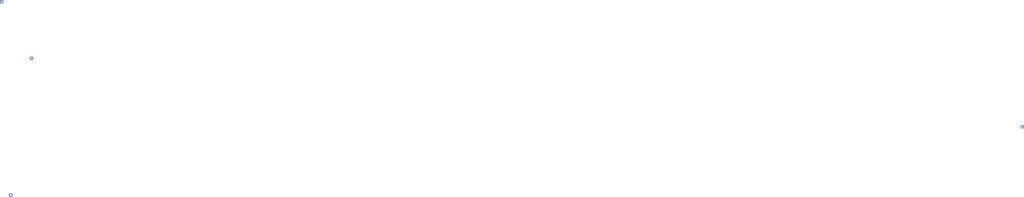
<source format=kicad_pcb>
(kicad_pcb
	(version 20240108)
	(generator "pcbnew")
	(generator_version "8.0")
	(general
		(thickness 1.6)
		(legacy_teardrops no)
	)
	(paper "A4")
	(layers
		(0 "F.Cu" signal)
		(31 "B.Cu" signal)
		(32 "B.Adhes" user "B.Adhesive")
		(33 "F.Adhes" user "F.Adhesive")
		(34 "B.Paste" user)
		(35 "F.Paste" user)
		(36 "B.SilkS" user "B.Silkscreen")
		(37 "F.SilkS" user "F.Silkscreen")
		(38 "B.Mask" user)
		(39 "F.Mask" user)
		(40 "Dwgs.User" user "User.Drawings")
		(41 "Cmts.User" user "User.Comments")
		(42 "Eco1.User" user "User.Eco1")
		(43 "Eco2.User" user "User.Eco2")
		(44 "Edge.Cuts" user)
		(45 "Margin" user)
		(46 "B.CrtYd" user "B.Courtyard")
		(47 "F.CrtYd" user "F.Courtyard")
		(48 "B.Fab" user)
		(49 "F.Fab" user)
		(50 "User.1" user)
		(51 "User.2" user)
		(52 "User.3" user)
		(53 "User.4" user)
		(54 "User.5" user)
		(55 "User.6" user)
		(56 "User.7" user)
		(57 "User.8" user)
		(58 "User.9" user)
	)
	(setup
		(pad_to_mask_clearance 0)
		(allow_soldermask_bridges_in_footprints no)
		(pcbplotparams
			(layerselection 0x00010fc_ffffffff)
			(plot_on_all_layers_selection 0x0000000_00000000)
			(disableapertmacros no)
			(usegerberextensions no)
			(usegerberattributes yes)
			(usegerberadvancedattributes yes)
			(creategerberjobfile yes)
			(dashed_line_dash_ratio 12.000000)
			(dashed_line_gap_ratio 3.000000)
			(svgprecision 4)
			(plotframeref no)
			(viasonmask no)
			(mode 1)
			(useauxorigin no)
			(hpglpennumber 1)
			(hpglpenspeed 20)
			(hpglpendiameter 15.000000)
			(pdf_front_fp_property_popups yes)
			(pdf_back_fp_property_popups yes)
			(dxfpolygonmode yes)
			(dxfimperialunits yes)
			(dxfusepcbnewfont yes)
			(psnegative no)
			(psa4output no)
			(plotreference yes)
			(plotvalue yes)
			(plotfptext yes)
			(plotinvisibletext no)
			(sketchpadsonfab no)
			(subtractmaskfromsilk no)
			(outputformat 1)
			(mirror no)
			(drillshape 1)
			(scaleselection 1)
			(outputdirectory "")
		)
	)
	(net 0 "")
	(via
		(at 53 76)
		(size 0.6)
		(drill 0.3)
		(layers "F.Cu" "B.Cu")
		(net 0)
		(uuid "162122dc-a315-4ab2-99a8-3265350a19cd")
	)
	(via
		(at 53 76)
		(size 0.6)
		(drill 0.3)
		(layers "F.Cu" "B.Cu")
		(net 0)
		(uuid "4e5356f8-a305-4fe2-8ef3-d9355a8c6d6b")
	)
	(via
		(at 223 64.5)
		(size 0.6)
		(drill 0.3)
		(layers "F.Cu" "B.Cu")
		(net 0)
		(uuid "5cdfbaee-6eb9-4e19-8e83-46cf7bc255a4")
	)
	(via
		(at 56.5 53)
		(size 0.6)
		(drill 0.3)
		(layers "F.Cu" "B.Cu")
		(net 0)
		(uuid "7012192c-6bff-4b12-90b1-88bda9379c3e")
	)
	(via
		(at 51.5 43.5)
		(size 0.6)
		(drill 0.3)
		(layers "F.Cu" "B.Cu")
		(net 0)
		(uuid "d557f281-6916-4520-b579-294b090aaa49")
	)
)

</source>
